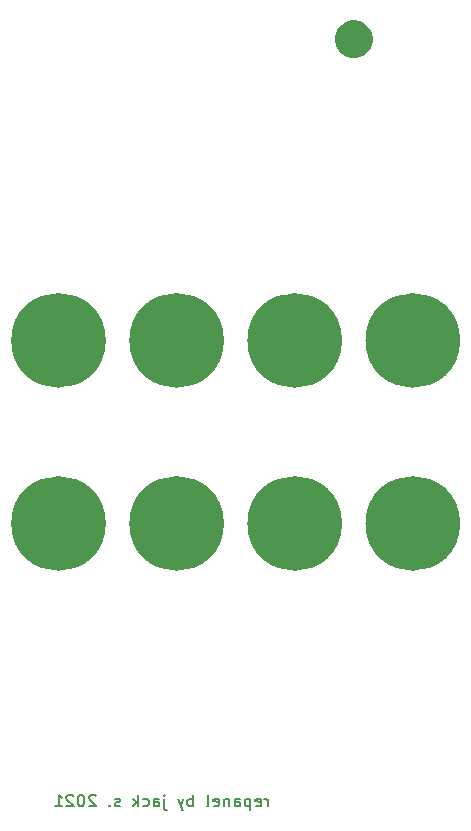
<source format=gbr>
G04 #@! TF.GenerationSoftware,KiCad,Pcbnew,(5.1.5-0)*
G04 #@! TF.CreationDate,2021-01-11T19:03:55-08:00*
G04 #@! TF.ProjectId,slygrogan,736c7967-726f-4676-916e-2e6b69636164,rev?*
G04 #@! TF.SameCoordinates,Original*
G04 #@! TF.FileFunction,Soldermask,Bot*
G04 #@! TF.FilePolarity,Negative*
%FSLAX46Y46*%
G04 Gerber Fmt 4.6, Leading zero omitted, Abs format (unit mm)*
G04 Created by KiCad (PCBNEW (5.1.5-0)) date 2021-01-11 19:03:55*
%MOMM*%
%LPD*%
G04 APERTURE LIST*
%ADD10C,1.000000*%
%ADD11C,0.150000*%
%ADD12C,0.100000*%
G04 APERTURE END LIST*
D10*
X38500000Y-97500000D02*
G75*
G03X38500000Y-97500000I-3500000J0D01*
G01*
X8500000Y-82000000D02*
G75*
G03X8500000Y-82000000I-3500000J0D01*
G01*
X38500000Y-82000000D02*
G75*
G03X38500000Y-82000000I-3500000J0D01*
G01*
X28500000Y-82000000D02*
G75*
G03X28500000Y-82000000I-3500000J0D01*
G01*
D11*
X22726190Y-121452380D02*
X22726190Y-120785714D01*
X22726190Y-120976190D02*
X22678571Y-120880952D01*
X22630952Y-120833333D01*
X22535714Y-120785714D01*
X22440476Y-120785714D01*
X21726190Y-121404761D02*
X21821428Y-121452380D01*
X22011904Y-121452380D01*
X22107142Y-121404761D01*
X22154761Y-121309523D01*
X22154761Y-120928571D01*
X22107142Y-120833333D01*
X22011904Y-120785714D01*
X21821428Y-120785714D01*
X21726190Y-120833333D01*
X21678571Y-120928571D01*
X21678571Y-121023809D01*
X22154761Y-121119047D01*
X21250000Y-120785714D02*
X21250000Y-121785714D01*
X21250000Y-120833333D02*
X21154761Y-120785714D01*
X20964285Y-120785714D01*
X20869047Y-120833333D01*
X20821428Y-120880952D01*
X20773809Y-120976190D01*
X20773809Y-121261904D01*
X20821428Y-121357142D01*
X20869047Y-121404761D01*
X20964285Y-121452380D01*
X21154761Y-121452380D01*
X21250000Y-121404761D01*
X19916666Y-121452380D02*
X19916666Y-120928571D01*
X19964285Y-120833333D01*
X20059523Y-120785714D01*
X20250000Y-120785714D01*
X20345238Y-120833333D01*
X19916666Y-121404761D02*
X20011904Y-121452380D01*
X20250000Y-121452380D01*
X20345238Y-121404761D01*
X20392857Y-121309523D01*
X20392857Y-121214285D01*
X20345238Y-121119047D01*
X20250000Y-121071428D01*
X20011904Y-121071428D01*
X19916666Y-121023809D01*
X19440476Y-120785714D02*
X19440476Y-121452380D01*
X19440476Y-120880952D02*
X19392857Y-120833333D01*
X19297619Y-120785714D01*
X19154761Y-120785714D01*
X19059523Y-120833333D01*
X19011904Y-120928571D01*
X19011904Y-121452380D01*
X18154761Y-121404761D02*
X18250000Y-121452380D01*
X18440476Y-121452380D01*
X18535714Y-121404761D01*
X18583333Y-121309523D01*
X18583333Y-120928571D01*
X18535714Y-120833333D01*
X18440476Y-120785714D01*
X18250000Y-120785714D01*
X18154761Y-120833333D01*
X18107142Y-120928571D01*
X18107142Y-121023809D01*
X18583333Y-121119047D01*
X17535714Y-121452380D02*
X17630952Y-121404761D01*
X17678571Y-121309523D01*
X17678571Y-120452380D01*
X16392857Y-121452380D02*
X16392857Y-120452380D01*
X16392857Y-120833333D02*
X16297619Y-120785714D01*
X16107142Y-120785714D01*
X16011904Y-120833333D01*
X15964285Y-120880952D01*
X15916666Y-120976190D01*
X15916666Y-121261904D01*
X15964285Y-121357142D01*
X16011904Y-121404761D01*
X16107142Y-121452380D01*
X16297619Y-121452380D01*
X16392857Y-121404761D01*
X15583333Y-120785714D02*
X15345238Y-121452380D01*
X15107142Y-120785714D02*
X15345238Y-121452380D01*
X15440476Y-121690476D01*
X15488095Y-121738095D01*
X15583333Y-121785714D01*
X13964285Y-120785714D02*
X13964285Y-121642857D01*
X14011904Y-121738095D01*
X14107142Y-121785714D01*
X14154761Y-121785714D01*
X13964285Y-120452380D02*
X14011904Y-120500000D01*
X13964285Y-120547619D01*
X13916666Y-120500000D01*
X13964285Y-120452380D01*
X13964285Y-120547619D01*
X13059523Y-121452380D02*
X13059523Y-120928571D01*
X13107142Y-120833333D01*
X13202380Y-120785714D01*
X13392857Y-120785714D01*
X13488095Y-120833333D01*
X13059523Y-121404761D02*
X13154761Y-121452380D01*
X13392857Y-121452380D01*
X13488095Y-121404761D01*
X13535714Y-121309523D01*
X13535714Y-121214285D01*
X13488095Y-121119047D01*
X13392857Y-121071428D01*
X13154761Y-121071428D01*
X13059523Y-121023809D01*
X12154761Y-121404761D02*
X12250000Y-121452380D01*
X12440476Y-121452380D01*
X12535714Y-121404761D01*
X12583333Y-121357142D01*
X12630952Y-121261904D01*
X12630952Y-120976190D01*
X12583333Y-120880952D01*
X12535714Y-120833333D01*
X12440476Y-120785714D01*
X12250000Y-120785714D01*
X12154761Y-120833333D01*
X11726190Y-121452380D02*
X11726190Y-120452380D01*
X11630952Y-121071428D02*
X11345238Y-121452380D01*
X11345238Y-120785714D02*
X11726190Y-121166666D01*
X10202380Y-121404761D02*
X10107142Y-121452380D01*
X9916666Y-121452380D01*
X9821428Y-121404761D01*
X9773809Y-121309523D01*
X9773809Y-121261904D01*
X9821428Y-121166666D01*
X9916666Y-121119047D01*
X10059523Y-121119047D01*
X10154761Y-121071428D01*
X10202380Y-120976190D01*
X10202380Y-120928571D01*
X10154761Y-120833333D01*
X10059523Y-120785714D01*
X9916666Y-120785714D01*
X9821428Y-120833333D01*
X9345238Y-121357142D02*
X9297619Y-121404761D01*
X9345238Y-121452380D01*
X9392857Y-121404761D01*
X9345238Y-121357142D01*
X9345238Y-121452380D01*
X8154761Y-120547619D02*
X8107142Y-120500000D01*
X8011904Y-120452380D01*
X7773809Y-120452380D01*
X7678571Y-120500000D01*
X7630952Y-120547619D01*
X7583333Y-120642857D01*
X7583333Y-120738095D01*
X7630952Y-120880952D01*
X8202380Y-121452380D01*
X7583333Y-121452380D01*
X6964285Y-120452380D02*
X6869047Y-120452380D01*
X6773809Y-120500000D01*
X6726190Y-120547619D01*
X6678571Y-120642857D01*
X6630952Y-120833333D01*
X6630952Y-121071428D01*
X6678571Y-121261904D01*
X6726190Y-121357142D01*
X6773809Y-121404761D01*
X6869047Y-121452380D01*
X6964285Y-121452380D01*
X7059523Y-121404761D01*
X7107142Y-121357142D01*
X7154761Y-121261904D01*
X7202380Y-121071428D01*
X7202380Y-120833333D01*
X7154761Y-120642857D01*
X7107142Y-120547619D01*
X7059523Y-120500000D01*
X6964285Y-120452380D01*
X6250000Y-120547619D02*
X6202380Y-120500000D01*
X6107142Y-120452380D01*
X5869047Y-120452380D01*
X5773809Y-120500000D01*
X5726190Y-120547619D01*
X5678571Y-120642857D01*
X5678571Y-120738095D01*
X5726190Y-120880952D01*
X6297619Y-121452380D01*
X5678571Y-121452380D01*
X4726190Y-121452380D02*
X5297619Y-121452380D01*
X5011904Y-121452380D02*
X5011904Y-120452380D01*
X5107142Y-120595238D01*
X5202380Y-120690476D01*
X5297619Y-120738095D01*
D10*
X18500000Y-82000000D02*
G75*
G03X18500000Y-82000000I-3500000J0D01*
G01*
X8500000Y-97500000D02*
G75*
G03X8500000Y-97500000I-3500000J0D01*
G01*
X18500000Y-97500000D02*
G75*
G03X18500000Y-97500000I-3500000J0D01*
G01*
X28500000Y-97500000D02*
G75*
G03X28500000Y-97500000I-3500000J0D01*
G01*
D12*
G36*
X35604975Y-94458585D02*
G01*
X35904528Y-94518170D01*
X36468874Y-94751930D01*
X36976772Y-95091296D01*
X37408704Y-95523228D01*
X37748070Y-96031126D01*
X37981830Y-96595472D01*
X38101000Y-97194578D01*
X38101000Y-97805422D01*
X37981830Y-98404528D01*
X37748070Y-98968874D01*
X37408704Y-99476772D01*
X36976772Y-99908704D01*
X36468874Y-100248070D01*
X35904528Y-100481830D01*
X35604975Y-100541415D01*
X35305423Y-100601000D01*
X34694577Y-100601000D01*
X34395025Y-100541415D01*
X34095472Y-100481830D01*
X33531126Y-100248070D01*
X33023228Y-99908704D01*
X32591296Y-99476772D01*
X32251930Y-98968874D01*
X32018170Y-98404528D01*
X31899000Y-97805422D01*
X31899000Y-97194578D01*
X32018170Y-96595472D01*
X32251930Y-96031126D01*
X32591296Y-95523228D01*
X33023228Y-95091296D01*
X33531126Y-94751930D01*
X34095472Y-94518170D01*
X34395025Y-94458585D01*
X34694577Y-94399000D01*
X35305423Y-94399000D01*
X35604975Y-94458585D01*
G37*
G36*
X25604975Y-94458585D02*
G01*
X25904528Y-94518170D01*
X26468874Y-94751930D01*
X26976772Y-95091296D01*
X27408704Y-95523228D01*
X27748070Y-96031126D01*
X27981830Y-96595472D01*
X28101000Y-97194578D01*
X28101000Y-97805422D01*
X27981830Y-98404528D01*
X27748070Y-98968874D01*
X27408704Y-99476772D01*
X26976772Y-99908704D01*
X26468874Y-100248070D01*
X25904528Y-100481830D01*
X25604975Y-100541415D01*
X25305423Y-100601000D01*
X24694577Y-100601000D01*
X24395025Y-100541415D01*
X24095472Y-100481830D01*
X23531126Y-100248070D01*
X23023228Y-99908704D01*
X22591296Y-99476772D01*
X22251930Y-98968874D01*
X22018170Y-98404528D01*
X21899000Y-97805422D01*
X21899000Y-97194578D01*
X22018170Y-96595472D01*
X22251930Y-96031126D01*
X22591296Y-95523228D01*
X23023228Y-95091296D01*
X23531126Y-94751930D01*
X24095472Y-94518170D01*
X24395025Y-94458585D01*
X24694577Y-94399000D01*
X25305423Y-94399000D01*
X25604975Y-94458585D01*
G37*
G36*
X15604975Y-94458585D02*
G01*
X15904528Y-94518170D01*
X16468874Y-94751930D01*
X16976772Y-95091296D01*
X17408704Y-95523228D01*
X17748070Y-96031126D01*
X17981830Y-96595472D01*
X18101000Y-97194578D01*
X18101000Y-97805422D01*
X17981830Y-98404528D01*
X17748070Y-98968874D01*
X17408704Y-99476772D01*
X16976772Y-99908704D01*
X16468874Y-100248070D01*
X15904528Y-100481830D01*
X15604975Y-100541415D01*
X15305423Y-100601000D01*
X14694577Y-100601000D01*
X14395025Y-100541415D01*
X14095472Y-100481830D01*
X13531126Y-100248070D01*
X13023228Y-99908704D01*
X12591296Y-99476772D01*
X12251930Y-98968874D01*
X12018170Y-98404528D01*
X11899000Y-97805422D01*
X11899000Y-97194578D01*
X12018170Y-96595472D01*
X12251930Y-96031126D01*
X12591296Y-95523228D01*
X13023228Y-95091296D01*
X13531126Y-94751930D01*
X14095472Y-94518170D01*
X14395025Y-94458585D01*
X14694577Y-94399000D01*
X15305423Y-94399000D01*
X15604975Y-94458585D01*
G37*
G36*
X5604975Y-94458585D02*
G01*
X5904528Y-94518170D01*
X6468874Y-94751930D01*
X6976772Y-95091296D01*
X7408704Y-95523228D01*
X7748070Y-96031126D01*
X7981830Y-96595472D01*
X8101000Y-97194578D01*
X8101000Y-97805422D01*
X7981830Y-98404528D01*
X7748070Y-98968874D01*
X7408704Y-99476772D01*
X6976772Y-99908704D01*
X6468874Y-100248070D01*
X5904528Y-100481830D01*
X5604975Y-100541415D01*
X5305423Y-100601000D01*
X4694577Y-100601000D01*
X4395025Y-100541415D01*
X4095472Y-100481830D01*
X3531126Y-100248070D01*
X3023228Y-99908704D01*
X2591296Y-99476772D01*
X2251930Y-98968874D01*
X2018170Y-98404528D01*
X1899000Y-97805422D01*
X1899000Y-97194578D01*
X2018170Y-96595472D01*
X2251930Y-96031126D01*
X2591296Y-95523228D01*
X3023228Y-95091296D01*
X3531126Y-94751930D01*
X4095472Y-94518170D01*
X4395025Y-94458585D01*
X4694577Y-94399000D01*
X5305423Y-94399000D01*
X5604975Y-94458585D01*
G37*
G36*
X35604975Y-78958585D02*
G01*
X35904528Y-79018170D01*
X36468874Y-79251930D01*
X36976772Y-79591296D01*
X37408704Y-80023228D01*
X37748070Y-80531126D01*
X37981830Y-81095472D01*
X38101000Y-81694578D01*
X38101000Y-82305422D01*
X37981830Y-82904528D01*
X37748070Y-83468874D01*
X37408704Y-83976772D01*
X36976772Y-84408704D01*
X36468874Y-84748070D01*
X35904528Y-84981830D01*
X35604975Y-85041415D01*
X35305423Y-85101000D01*
X34694577Y-85101000D01*
X34395025Y-85041415D01*
X34095472Y-84981830D01*
X33531126Y-84748070D01*
X33023228Y-84408704D01*
X32591296Y-83976772D01*
X32251930Y-83468874D01*
X32018170Y-82904528D01*
X31899000Y-82305422D01*
X31899000Y-81694578D01*
X32018170Y-81095472D01*
X32251930Y-80531126D01*
X32591296Y-80023228D01*
X33023228Y-79591296D01*
X33531126Y-79251930D01*
X34095472Y-79018170D01*
X34395025Y-78958585D01*
X34694577Y-78899000D01*
X35305423Y-78899000D01*
X35604975Y-78958585D01*
G37*
G36*
X25604975Y-78958585D02*
G01*
X25904528Y-79018170D01*
X26468874Y-79251930D01*
X26976772Y-79591296D01*
X27408704Y-80023228D01*
X27748070Y-80531126D01*
X27981830Y-81095472D01*
X28101000Y-81694578D01*
X28101000Y-82305422D01*
X27981830Y-82904528D01*
X27748070Y-83468874D01*
X27408704Y-83976772D01*
X26976772Y-84408704D01*
X26468874Y-84748070D01*
X25904528Y-84981830D01*
X25604975Y-85041415D01*
X25305423Y-85101000D01*
X24694577Y-85101000D01*
X24395025Y-85041415D01*
X24095472Y-84981830D01*
X23531126Y-84748070D01*
X23023228Y-84408704D01*
X22591296Y-83976772D01*
X22251930Y-83468874D01*
X22018170Y-82904528D01*
X21899000Y-82305422D01*
X21899000Y-81694578D01*
X22018170Y-81095472D01*
X22251930Y-80531126D01*
X22591296Y-80023228D01*
X23023228Y-79591296D01*
X23531126Y-79251930D01*
X24095472Y-79018170D01*
X24395025Y-78958585D01*
X24694577Y-78899000D01*
X25305423Y-78899000D01*
X25604975Y-78958585D01*
G37*
G36*
X15604975Y-78958585D02*
G01*
X15904528Y-79018170D01*
X16468874Y-79251930D01*
X16976772Y-79591296D01*
X17408704Y-80023228D01*
X17748070Y-80531126D01*
X17981830Y-81095472D01*
X18101000Y-81694578D01*
X18101000Y-82305422D01*
X17981830Y-82904528D01*
X17748070Y-83468874D01*
X17408704Y-83976772D01*
X16976772Y-84408704D01*
X16468874Y-84748070D01*
X15904528Y-84981830D01*
X15604975Y-85041415D01*
X15305423Y-85101000D01*
X14694577Y-85101000D01*
X14395025Y-85041415D01*
X14095472Y-84981830D01*
X13531126Y-84748070D01*
X13023228Y-84408704D01*
X12591296Y-83976772D01*
X12251930Y-83468874D01*
X12018170Y-82904528D01*
X11899000Y-82305422D01*
X11899000Y-81694578D01*
X12018170Y-81095472D01*
X12251930Y-80531126D01*
X12591296Y-80023228D01*
X13023228Y-79591296D01*
X13531126Y-79251930D01*
X14095472Y-79018170D01*
X14395025Y-78958585D01*
X14694577Y-78899000D01*
X15305423Y-78899000D01*
X15604975Y-78958585D01*
G37*
G36*
X5604975Y-78958585D02*
G01*
X5904528Y-79018170D01*
X6468874Y-79251930D01*
X6976772Y-79591296D01*
X7408704Y-80023228D01*
X7748070Y-80531126D01*
X7981830Y-81095472D01*
X8101000Y-81694578D01*
X8101000Y-82305422D01*
X7981830Y-82904528D01*
X7748070Y-83468874D01*
X7408704Y-83976772D01*
X6976772Y-84408704D01*
X6468874Y-84748070D01*
X5904528Y-84981830D01*
X5604975Y-85041415D01*
X5305423Y-85101000D01*
X4694577Y-85101000D01*
X4395025Y-85041415D01*
X4095472Y-84981830D01*
X3531126Y-84748070D01*
X3023228Y-84408704D01*
X2591296Y-83976772D01*
X2251930Y-83468874D01*
X2018170Y-82904528D01*
X1899000Y-82305422D01*
X1899000Y-81694578D01*
X2018170Y-81095472D01*
X2251930Y-80531126D01*
X2591296Y-80023228D01*
X3023228Y-79591296D01*
X3531126Y-79251930D01*
X4095472Y-79018170D01*
X4395025Y-78958585D01*
X4694577Y-78899000D01*
X5305423Y-78899000D01*
X5604975Y-78958585D01*
G37*
G36*
X30196217Y-54906665D02*
G01*
X30466995Y-54960525D01*
X30758358Y-55081212D01*
X31020578Y-55256422D01*
X31243578Y-55479422D01*
X31418788Y-55741642D01*
X31539475Y-56033005D01*
X31601000Y-56342315D01*
X31601000Y-56657685D01*
X31539475Y-56966995D01*
X31418788Y-57258358D01*
X31243578Y-57520578D01*
X31020578Y-57743578D01*
X30758358Y-57918788D01*
X30466995Y-58039475D01*
X30196217Y-58093335D01*
X30157686Y-58101000D01*
X29842314Y-58101000D01*
X29803783Y-58093335D01*
X29533005Y-58039475D01*
X29241642Y-57918788D01*
X28979422Y-57743578D01*
X28756422Y-57520578D01*
X28581212Y-57258358D01*
X28460525Y-56966995D01*
X28399000Y-56657685D01*
X28399000Y-56342315D01*
X28460525Y-56033005D01*
X28581212Y-55741642D01*
X28756422Y-55479422D01*
X28979422Y-55256422D01*
X29241642Y-55081212D01*
X29533005Y-54960525D01*
X29803783Y-54906665D01*
X29842314Y-54899000D01*
X30157686Y-54899000D01*
X30196217Y-54906665D01*
G37*
M02*

</source>
